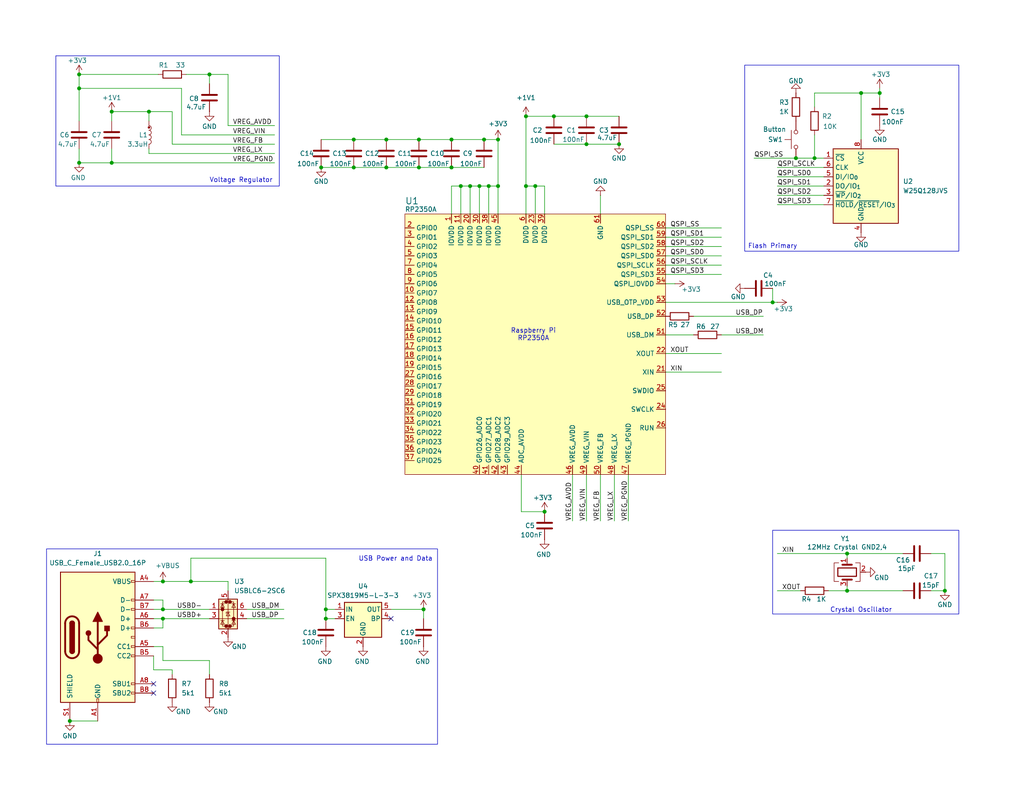
<source format=kicad_sch>
(kicad_sch (version 20250114) (generator "eeschema") (generator_version "9.0")
  (paper "A")
  (title_block (title "RP2350A Breakout Board") (date "2026-02-17") (rev "A") (company "Nathaniel Graves"))
  (rectangle (start 12.7 149.86) (end 119.38 203.2))
  (rectangle (start 203.2 17.78) (end 261.62 68.58))
  (rectangle (start 210.82 144.78) (end 261.62 167.64))
  (rectangle (start 15.24 15.24) (end 76.2 50.8))
  (text "Raspberry Pi\nRP2350A" (at 145.542 91.44 0) (effects (font (size 1.27 1.27))))
  (text "Flash Primary" (at 210.82 67.31 0) (effects (font (size 1.27 1.27))))
  (text "USB Power and Data" (at 107.95 152.654 0) (effects (font (size 1.27 1.27))))
  (text "Voltage Regulator" (at 65.786 49.276 0) (effects (font (size 1.27 1.27))))
  (text "Crystal Oscillator" (at 234.95 166.624 0) (effects (font (size 1.27 1.27))))
  (junction (at 88.9 166.37))
  (junction (at 234.95 25.4))
  (junction (at 132.08 38.1))
  (junction (at 146.05 50.8))
  (junction (at 57.15 20.32))
  (junction (at 222.25 43.18))
  (junction (at 19.05 196.85))
  (junction (at 135.89 38.1))
  (junction (at 168.91 39.37))
  (junction (at 52.07 158.75))
  (junction (at 143.51 31.75))
  (junction (at 160.02 31.75))
  (junction (at 210.82 82.55))
  (junction (at 128.27 50.8))
  (junction (at 115.57 166.37))
  (junction (at 105.41 45.72))
  (junction (at 231.14 161.29))
  (junction (at 114.3 38.1))
  (junction (at 151.13 31.75))
  (junction (at 21.59 20.32))
  (junction (at 135.89 50.8))
  (junction (at 240.03 25.4))
  (junction (at 44.45 166.37))
  (junction (at 125.73 50.8))
  (junction (at 30.48 44.45))
  (junction (at 217.17 43.18))
  (junction (at 143.51 50.8))
  (junction (at 44.45 168.91))
  (junction (at 96.52 38.1))
  (junction (at 44.45 158.75))
  (junction (at 148.59 139.7))
  (junction (at 123.19 38.1))
  (junction (at 257.81 161.29))
  (junction (at 40.64 30.48))
  (junction (at 96.52 45.72))
  (junction (at 130.81 50.8))
  (junction (at 21.59 24.13))
  (junction (at 133.35 50.8))
  (junction (at 21.59 44.45))
  (junction (at 114.3 45.72))
  (junction (at 160.02 39.37))
  (junction (at 88.9 168.91))
  (junction (at 231.14 151.13))
  (junction (at 123.19 45.72))
  (junction (at 87.63 45.72))
  (junction (at 30.48 30.48))
  (junction (at 105.41 38.1))
  (no_connect (at 41.91 186.69))
  (no_connect (at 106.68 168.91))
  (no_connect (at 41.91 189.23))
  (wire (pts (xy 91.44 168.91) (xy 88.9 168.91)))
  (wire (pts (xy 231.14 151.13) (xy 246.38 151.13)))
  (wire (pts (xy 44.45 176.53) (xy 44.45 180.34)))
  (wire (pts (xy 44.45 166.37) (xy 57.15 166.37)))
  (wire (pts (xy 130.81 50.8) (xy 130.81 58.42)))
  (wire (pts (xy 106.68 166.37) (xy 115.57 166.37)))
  (wire (pts (xy 143.51 31.75) (xy 143.51 50.8)))
  (wire (pts (xy 212.09 50.8) (xy 224.79 50.8)))
  (wire (pts (xy 52.07 152.4) (xy 88.9 152.4)))
  (wire (pts (xy 181.61 77.47) (xy 184.15 77.47)))
  (wire (pts (xy 133.35 50.8) (xy 133.35 58.42)))
  (wire (pts (xy 254 161.29) (xy 257.81 161.29)))
  (wire (pts (xy 57.15 20.32) (xy 57.15 22.86)))
  (wire (pts (xy 57.15 20.32) (xy 62.23 20.32)))
  (wire (pts (xy 135.89 38.1) (xy 135.89 50.8)))
  (wire (pts (xy 114.3 45.72) (xy 123.19 45.72)))
  (wire (pts (xy 40.64 40.64) (xy 40.64 41.91)))
  (wire (pts (xy 148.59 58.42) (xy 148.59 50.8)))
  (wire (pts (xy 30.48 30.48) (xy 40.64 30.48)))
  (wire (pts (xy 41.91 168.91) (xy 44.45 168.91)))
  (wire (pts (xy 40.64 33.02) (xy 40.64 30.48)))
  (wire (pts (xy 21.59 20.32) (xy 43.18 20.32)))
  (wire (pts (xy 181.61 62.23) (xy 196.85 62.23)))
  (wire (pts (xy 234.95 38.1) (xy 234.95 25.4)))
  (wire (pts (xy 19.05 196.85) (xy 26.67 196.85)))
  (wire (pts (xy 231.14 151.13) (xy 231.14 152.4)))
  (wire (pts (xy 40.64 30.48) (xy 46.99 30.48)))
  (wire (pts (xy 212.09 151.13) (xy 231.14 151.13)))
  (wire (pts (xy 181.61 72.39) (xy 196.85 72.39)))
  (wire (pts (xy 181.61 101.6) (xy 196.85 101.6)))
  (wire (pts (xy 105.41 38.1) (xy 114.3 38.1)))
  (wire (pts (xy 21.59 24.13) (xy 49.53 24.13)))
  (wire (pts (xy 133.35 50.8) (xy 135.89 50.8)))
  (wire (pts (xy 41.91 171.45) (xy 44.45 171.45)))
  (wire (pts (xy 160.02 31.75) (xy 168.91 31.75)))
  (wire (pts (xy 50.8 20.32) (xy 57.15 20.32)))
  (wire (pts (xy 212.09 48.26) (xy 224.79 48.26)))
  (wire (pts (xy 181.61 74.93) (xy 196.85 74.93)))
  (wire (pts (xy 128.27 50.8) (xy 130.81 50.8)))
  (wire (pts (xy 212.09 53.34) (xy 224.79 53.34)))
  (wire (pts (xy 52.07 158.75) (xy 62.23 158.75)))
  (wire (pts (xy 222.25 29.21) (xy 222.25 25.4)))
  (wire (pts (xy 222.25 36.83) (xy 222.25 43.18)))
  (wire (pts (xy 151.13 39.37) (xy 160.02 39.37)))
  (wire (pts (xy 196.85 91.44) (xy 208.28 91.44)))
  (wire (pts (xy 123.19 58.42) (xy 123.19 50.8)))
  (wire (pts (xy 44.45 158.75) (xy 52.07 158.75)))
  (wire (pts (xy 21.59 24.13) (xy 21.59 33.02)))
  (wire (pts (xy 105.41 45.72) (xy 114.3 45.72)))
  (wire (pts (xy 210.82 78.74) (xy 210.82 82.55)))
  (wire (pts (xy 67.31 166.37) (xy 77.47 166.37)))
  (wire (pts (xy 88.9 168.91) (xy 88.9 166.37)))
  (wire (pts (xy 160.02 129.54) (xy 160.02 142.24)))
  (wire (pts (xy 114.3 38.1) (xy 123.19 38.1)))
  (wire (pts (xy 57.15 180.34) (xy 57.15 184.15)))
  (wire (pts (xy 41.91 179.07) (xy 41.91 182.88)))
  (wire (pts (xy 41.91 166.37) (xy 44.45 166.37)))
  (wire (pts (xy 240.03 25.4) (xy 240.03 26.67)))
  (wire (pts (xy 132.08 38.1) (xy 135.89 38.1)))
  (wire (pts (xy 46.99 30.48) (xy 46.99 39.37)))
  (wire (pts (xy 231.14 160.02) (xy 231.14 161.29)))
  (wire (pts (xy 146.05 50.8) (xy 143.51 50.8)))
  (wire (pts (xy 123.19 45.72) (xy 132.08 45.72)))
  (wire (pts (xy 212.09 55.88) (xy 224.79 55.88)))
  (wire (pts (xy 44.45 163.83) (xy 44.45 166.37)))
  (wire (pts (xy 41.91 182.88) (xy 46.99 182.88)))
  (wire (pts (xy 217.17 43.18) (xy 222.25 43.18)))
  (wire (pts (xy 148.59 50.8) (xy 146.05 50.8)))
  (wire (pts (xy 130.81 50.8) (xy 133.35 50.8)))
  (wire (pts (xy 181.61 67.31) (xy 196.85 67.31)))
  (wire (pts (xy 49.53 36.83) (xy 74.93 36.83)))
  (wire (pts (xy 146.05 58.42) (xy 146.05 50.8)))
  (wire (pts (xy 224.79 43.18) (xy 222.25 43.18)))
  (wire (pts (xy 44.45 180.34) (xy 57.15 180.34)))
  (wire (pts (xy 181.61 91.44) (xy 189.23 91.44)))
  (wire (pts (xy 181.61 64.77) (xy 196.85 64.77)))
  (wire (pts (xy 123.19 50.8) (xy 125.73 50.8)))
  (wire (pts (xy 30.48 40.64) (xy 30.48 44.45)))
  (wire (pts (xy 226.06 161.29) (xy 231.14 161.29)))
  (wire (pts (xy 87.63 38.1) (xy 96.52 38.1)))
  (wire (pts (xy 222.25 25.4) (xy 234.95 25.4)))
  (wire (pts (xy 151.13 31.75) (xy 160.02 31.75)))
  (wire (pts (xy 231.14 161.29) (xy 246.38 161.29)))
  (wire (pts (xy 171.45 129.54) (xy 171.45 142.24)))
  (wire (pts (xy 30.48 44.45) (xy 74.93 44.45)))
  (wire (pts (xy 41.91 176.53) (xy 44.45 176.53)))
  (wire (pts (xy 62.23 34.29) (xy 62.23 20.32)))
  (wire (pts (xy 181.61 96.52) (xy 196.85 96.52)))
  (wire (pts (xy 40.64 41.91) (xy 74.93 41.91)))
  (wire (pts (xy 52.07 158.75) (xy 52.07 152.4)))
  (wire (pts (xy 257.81 151.13) (xy 257.81 161.29)))
  (wire (pts (xy 41.91 158.75) (xy 44.45 158.75)))
  (wire (pts (xy 125.73 50.8) (xy 128.27 50.8)))
  (wire (pts (xy 181.61 69.85) (xy 196.85 69.85)))
  (wire (pts (xy 135.89 50.8) (xy 135.89 58.42)))
  (wire (pts (xy 88.9 152.4) (xy 88.9 166.37)))
  (wire (pts (xy 160.02 39.37) (xy 168.91 39.37)))
  (wire (pts (xy 123.19 38.1) (xy 132.08 38.1)))
  (wire (pts (xy 62.23 34.29) (xy 74.93 34.29)))
  (wire (pts (xy 142.24 139.7) (xy 142.24 129.54)))
  (wire (pts (xy 254 151.13) (xy 257.81 151.13)))
  (wire (pts (xy 46.99 39.37) (xy 74.93 39.37)))
  (wire (pts (xy 91.44 166.37) (xy 88.9 166.37)))
  (wire (pts (xy 125.73 50.8) (xy 125.73 58.42)))
  (wire (pts (xy 96.52 45.72) (xy 105.41 45.72)))
  (wire (pts (xy 143.51 50.8) (xy 143.51 58.42)))
  (wire (pts (xy 87.63 45.72) (xy 96.52 45.72)))
  (wire (pts (xy 21.59 44.45) (xy 30.48 44.45)))
  (wire (pts (xy 163.83 53.34) (xy 163.83 58.42)))
  (wire (pts (xy 49.53 36.83) (xy 49.53 24.13)))
  (wire (pts (xy 210.82 82.55) (xy 212.09 82.55)))
  (wire (pts (xy 240.03 24.13) (xy 240.03 25.4)))
  (wire (pts (xy 143.51 31.75) (xy 151.13 31.75)))
  (wire (pts (xy 163.83 129.54) (xy 163.83 142.24)))
  (wire (pts (xy 46.99 182.88) (xy 46.99 184.15)))
  (wire (pts (xy 181.61 82.55) (xy 210.82 82.55)))
  (wire (pts (xy 156.21 129.54) (xy 156.21 142.24)))
  (wire (pts (xy 67.31 168.91) (xy 77.47 168.91)))
  (wire (pts (xy 148.59 139.7) (xy 142.24 139.7)))
  (wire (pts (xy 44.45 171.45) (xy 44.45 168.91)))
  (wire (pts (xy 30.48 30.48) (xy 30.48 33.02)))
  (wire (pts (xy 21.59 40.64) (xy 21.59 44.45)))
  (wire (pts (xy 234.95 25.4) (xy 240.03 25.4)))
  (wire (pts (xy 96.52 38.1) (xy 105.41 38.1)))
  (wire (pts (xy 205.74 43.18) (xy 217.17 43.18)))
  (wire (pts (xy 62.23 158.75) (xy 62.23 161.29)))
  (wire (pts (xy 212.09 45.72) (xy 224.79 45.72)))
  (wire (pts (xy 189.23 86.36) (xy 208.28 86.36)))
  (wire (pts (xy 41.91 163.83) (xy 44.45 163.83)))
  (wire (pts (xy 167.64 129.54) (xy 167.64 142.24)))
  (wire (pts (xy 218.44 161.29) (xy 212.09 161.29)))
  (wire (pts (xy 115.57 166.37) (xy 115.57 168.91)))
  (wire (pts (xy 44.45 168.91) (xy 57.15 168.91)))
  (wire (pts (xy 21.59 20.32) (xy 21.59 24.13)))
  (wire (pts (xy 128.27 50.8) (xy 128.27 58.42)))
  (label "QSPI_SD2" (at 212.09 53.34 0))
  (label "QSPI_SD1" (at 212.09 50.8 0))
  (label "VREG_PGND" (at 171.45 142.24 90))
  (label "XIN" (at 182.88 101.6 0))
  (label "USB_DM" (at 68.58 166.37 0))
  (label "VREG_LX" (at 167.64 142.24 90))
  (label "QSPI_SS" (at 182.88 62.23 0))
  (label "QSPI_SD3" (at 182.88 74.93 0))
  (label "QSPI_SD0" (at 212.09 48.26 0))
  (label "XIN" (at 213.36 151.13 0))
  (label "QSPI_SD3" (at 212.09 55.88 0))
  (label "USB_DP" (at 68.58 168.91 0))
  (label "USBD+" (at 48.26 168.91 0))
  (label "QSPI_SD1" (at 182.88 64.77 0))
  (label "QSPI_SD0" (at 182.88 69.85 0))
  (label "USB_DM" (at 200.66 91.44 0))
  (label "VREG_AVDD" (at 63.5 34.29 0))
  (label "VREG_AVDD" (at 156.21 142.24 90))
  (label "QSPI_SCLK" (at 212.09 45.72 0))
  (label "VREG_FB" (at 163.83 142.24 90))
  (label "VREG_VIN" (at 63.5 36.83 0))
  (label "VREG_PGND" (at 63.5 44.45 0))
  (label "QSPI_SD2" (at 182.88 67.31 0))
  (label "QSPI_SS" (at 205.74 43.18 0))
  (label "USBD-" (at 48.26 166.37 0))
  (label "XOUT" (at 182.88 96.52 0))
  (label "VREG_LX" (at 63.5 41.91 0))
  (label "USB_DP" (at 200.66 86.36 0))
  (label "VREG_VIN" (at 160.02 142.24 90))
  (label "XOUT" (at 213.36 161.29 0))
  (label "QSPI_SCLK" (at 182.88 72.39 0))
  (label "VREG_FB" (at 63.5 39.37 0))
  (symbol (lib_id "Device:C") (at 240.03 30.48 0) (mirror y) (unit 1)
    (property "Reference" "C15" (at 246.888 30.48 0) (effects (justify left)))
    (property "Value" "100nF" (at 246.634 33.274 0) (effects (justify left)))
    (property "Footprint" "Capacitor_SMD:C_0603_1608Metric" (effects (hide yes)))
    (property "Datasheet" "https://jlcpcb.com/api/file/downloadByFileSystemAccessId/8667086713681608704" (effects (hide yes)))
    (property "Description" "100nF 50V X7R ±10% 0603 Multilayer Ceramic Unpolarized Capacitors" (effects (hide yes)))
    (property "Manufacturer" "YAGEO" (effects (hide yes)))
    (property "Manufacturer Part Number" "CC0603KRX7R9BB104" (effects (hide yes)))
    (property "Distributor Link 1" "https://www.mouser.com/ProductDetail/YAGEO/CC0603KRX7R9BB104?qs=vTakOoo5QyLvVCYM2ge8LQ%3D%3D" (effects (hide yes)))
    (property "Distributor Link 2" "https://www.digikey.com/en/products/detail/yageo/CC0603KRX7R9BB104/2103082?s=N4IgTCBcDaIMJwAwDZEGYDSAlAGgdiwE4AhYgRkQBYQBdAXyA" (effects (hide yes)))
    (property "LCSC Part Number" "C14663" (effects (hide yes)))
  )
  (symbol (lib_id "RP2350-custom:RP2350A") (at 110.49 58.42 0) (unit 1)
    (property "Reference" "U1" (at 110.49 54.864 0) (effects (font (size 1.778 1.778)) (justify left)))
    (property "Value" "RP2350A" (at 110.49 57.15 0) (effects (justify left)))
    (property "Footprint" "Package_DFN_QFN:QFN-60-1EP_7x7mm_P0.4mm_EP3.4x3.4mm" (effects (hide yes)))
    (property "Datasheet" "https://pip-assets.raspberrypi.com/categories/1214-rp2350/documents/RP-008373-DS-2-rp2350-datasheet.pdf" (effects (hide yes)))
    (property "Description" "Microcontroller RP2350A from Raspberry Pi 150MHz 520KB RAM 0MB FLASH" (effects (hide yes)))
    (property "Manufacturer" "Raspberry Pi" (effects (hide yes)))
    (property "Manufacturer Part Number" "RP2350A" (effects (hide yes)))
    (property "Distributor Link 1" "https://www.digikey.com/en/products/detail/raspberry-pi/SC1509-A4/26241108" (effects (hide yes)))
    (property "Distributor Link 2" "https://www.mouser.com/ProductDetail/Raspberry-Pi/SC1509-A4?qs=jcD%2FCkGBYeMjax32yHei3A%3D%3D" (effects (hide yes)))
    (property "LCSC Part Number" "C42411118" (effects (hide yes)))
  )
  (symbol (lib_id "power:GND") (at 163.83 53.34 180) (unit 1)
    (property "Reference" "#PWR01" (effects (hide yes)))
    (property "Value" "GND" (at 163.83 49.53 0))
    (property "Description" "Power symbol creates a global label with name \"GND\" , ground" (effects (hide yes)))
  )
  (symbol (lib_id "power:GND") (at 148.59 147.32 0) (unit 1)
    (property "Reference" "#PWR013" (effects (hide yes)))
    (property "Value" "GND" (at 148.336 151.384 0))
    (property "Description" "Power symbol creates a global label with name \"GND\" , ground" (effects (hide yes)))
  )
  (symbol (lib_id "power:GND") (at 57.15 30.48 0) (unit 1)
    (property "Reference" "#PWR016" (effects (hide yes)))
    (property "Value" "GND" (at 57.15 34.544 0))
    (property "Description" "Power symbol creates a global label with name \"GND\" , ground" (effects (hide yes)))
  )
  (symbol (lib_id "Device:R") (at 46.99 20.32 90) (mirror x) (unit 1)
    (property "Reference" "R1" (at 45.974 17.78 90) (effects (justify left)))
    (property "Value" "33" (at 50.546 17.78 90) (effects (justify left)))
    (property "Footprint" "Resistor_SMD:R_0603_1608Metric" (effects (hide yes)))
    (property "Datasheet" "https://www.lcsc.com/datasheet/C23140.pdf" (effects (hide yes)))
    (property "Description" "Resistor, 33Ω ±1% 100mW 0603 Thick Film" (effects (hide yes)))
    (property "Manufacturer" "UNI-ROYAL(Uniroyal Elec)" (effects (hide yes)))
    (property "Manufacturer Part Number" "0603WAF330JT5E" (effects (hide yes)))
    (property "Distributor Link 1" "https://www.mouser.com/ProductDetail/Royalohm/0603WAF330JT5E?qs=e8oIoAS2J1RitKiKgULsBA%3D%3D" (effects (hide yes)))
    (property "LCSC Part Number" "C23140" (effects (hide yes)))
  )
  (symbol (lib_id "power:+3V3") (at 135.89 38.1 0) (unit 1)
    (property "Reference" "#PWR03" (effects (hide yes)))
    (property "Value" "+3V3" (at 135.89 33.782 0))
    (property "Description" "Power symbol creates a global label with name \"+3V3\"" (effects (hide yes)))
  )
  (symbol (lib_id "Device:R") (at 222.25 33.02 0) (unit 1)
    (property "Reference" "R2" (at 224.282 31.75 0) (effects (justify left)))
    (property "Value" "10K" (at 224.536 34.544 0) (effects (justify left)))
    (property "Footprint" "Resistor_SMD:R_0603_1608Metric" (effects (hide yes)))
    (property "Datasheet" "https://jlcpcb.com/api/file/downloadByFileSystemAccessId/8579706381320323072" (effects (hide yes)))
    (property "Description" "Resistor -55℃~+155℃ 100mW 10kΩ 75V Thick Film Resistor ±1% ±100ppm/℃ 0603" (effects (hide yes)))
    (property "Manufacturer" "UNI-ROYAL(Uniroyal Elec)" (effects (hide yes)))
    (property "Manufacturer Part Number" "0603WAF1002T5E" (effects (hide yes)))
    (property "Distributor Link 1" "https://www.mouser.com/ProductDetail/Royalohm/0603WAF1002T5E?qs=e8oIoAS2J1TC2D0IjbSyGA%3D%3D" (effects (hide yes)))
    (property "LCSC Link" "https://www.lcsc.com/product-detail/C25804.html?s_z=n_0603WAF1002T5E%2520" (effects (hide yes)))
    (property "LCSC Part Number" "C25804" (effects (hide yes)))
  )
  (symbol (lib_id "power:GND") (at 203.2 78.74 270) (mirror x) (unit 1)
    (property "Reference" "#PWR011" (effects (hide yes)))
    (property "Value" "GND" (at 203.454 81.026 90) (effects (justify right)))
    (property "Description" "Power symbol creates a global label with name \"GND\" , ground" (effects (hide yes)))
  )
  (symbol (lib_id "Regulator_Linear:SPX3819M5-L-3-3") (at 99.06 168.91 0) (unit 1)
    (property "Reference" "U4" (at 99.06 160.02 0))
    (property "Value" "SPX3819M5-L-3-3" (at 99.06 162.56 0))
    (property "Footprint" "Package_TO_SOT_SMD:SOT-23-5" (effects (hide yes)))
    (property "Datasheet" "https://www.exar.com/content/document.ashx?id=22106&languageid=1033&type=Datasheet&partnumber=SPX3819&filename=SPX3819.pdf&part=SPX3819" (effects (hide yes)))
    (property "Description" "500mA Low drop-out regulator, Fixed Output 3.3V, SOT-23-5" (effects (hide yes)))
  )
  (symbol (lib_id "power:GND") (at 46.99 191.77 0) (unit 1)
    (property "Reference" "#PWR028" (effects (hide yes)))
    (property "Value" "GND" (at 50.038 194.31 0))
    (property "Description" "Power symbol creates a global label with name \"GND\" , ground" (effects (hide yes)))
  )
  (symbol (lib_id "power:+3V3") (at 184.15 77.47 270) (unit 1)
    (property "Reference" "#PWR04" (effects (hide yes)))
    (property "Value" "+3V3" (at 185.928 78.994 90) (effects (justify left)))
    (property "Description" "Power symbol creates a global label with name \"+3V3\"" (effects (hide yes)))
  )
  (symbol (lib_id "power:+3V3") (at 148.59 139.7 0) (unit 1)
    (property "Reference" "#PWR015" (effects (hide yes)))
    (property "Value" "+3V3" (at 148.082 135.89 0))
    (property "Description" "Power symbol creates a global label with name \"+3V3\"" (effects (hide yes)))
  )
  (symbol (lib_id "Device:C") (at 88.9 172.72 0) (unit 1)
    (property "Reference" "C18" (at 82.55 172.72 0) (effects (justify left)))
    (property "Value" "100nF" (at 88.392 175.26 0) (effects (justify right)))
    (property "Footprint" "Capacitor_SMD:C_0603_1608Metric" (effects (hide yes)))
    (property "Datasheet" "https://jlcpcb.com/api/file/downloadByFileSystemAccessId/8667086713681608704" (effects (hide yes)))
    (property "Description" "100nF 50V X7R ±10% 0603 Multilayer Ceramic Unpolarized Capacitors" (effects (hide yes)))
    (property "Manufacturer" "YAGEO" (effects (hide yes)))
    (property "Manufacturer Part Number" "CC0603KRX7R9BB104" (effects (hide yes)))
    (property "Distributor Link 1" "https://www.mouser.com/ProductDetail/YAGEO/CC0603KRX7R9BB104?qs=vTakOoo5QyLvVCYM2ge8LQ%3D%3D" (effects (hide yes)))
    (property "Distributor Link 2" "https://www.digikey.com/en/products/detail/yageo/CC0603KRX7R9BB104/2103082?s=N4IgTCBcDaIMJwAwDZEGYDSAlAGgdiwE4AhYgRkQBYQBdAXyA" (effects (hide yes)))
    (property "LCSC Part Number" "C14663" (effects (hide yes)))
  )
  (symbol (lib_id "Device:C") (at 160.02 35.56 0) (mirror y) (unit 1)
    (property "Reference" "C1" (at 157.226 35.56 0) (effects (justify left)))
    (property "Value" "100nF" (at 159.512 38.1 0) (effects (justify left)))
    (property "Footprint" "Capacitor_SMD:C_0603_1608Metric" (effects (hide yes)))
    (property "Datasheet" "https://jlcpcb.com/api/file/downloadByFileSystemAccessId/8667086713681608704" (effects (hide yes)))
    (property "Description" "100nF 50V X7R ±10% 0603 Multilayer Ceramic Unpolarized Capacitors" (effects (hide yes)))
    (property "Manufacturer" "YAGEO" (effects (hide yes)))
    (property "Manufacturer Part Number" "CC0603KRX7R9BB104" (effects (hide yes)))
    (property "Distributor Link 1" "https://www.mouser.com/ProductDetail/YAGEO/CC0603KRX7R9BB104?qs=vTakOoo5QyLvVCYM2ge8LQ%3D%3D" (effects (hide yes)))
    (property "Distributor Link 2" "https://www.digikey.com/en/products/detail/yageo/CC0603KRX7R9BB104/2103082?s=N4IgTCBcDaIMJwAwDZEGYDSAlAGgdiwE4AhYgRkQBYQBdAXyA" (effects (hide yes)))
    (property "LCSC Part Number" "C14663" (effects (hide yes)))
  )
  (symbol (lib_id "Device:C") (at 123.19 41.91 0) (unit 1)
    (property "Reference" "C10" (at 117.348 41.91 0) (effects (justify left)))
    (property "Value" "100nF" (at 116.586 44.704 0) (effects (justify left)))
    (property "Footprint" "Capacitor_SMD:C_0603_1608Metric" (effects (hide yes)))
    (property "Datasheet" "https://jlcpcb.com/api/file/downloadByFileSystemAccessId/8667086713681608704" (effects (hide yes)))
    (property "Description" "100nF 50V X7R ±10% 0603 Multilayer Ceramic Unpolarized Capacitors" (effects (hide yes)))
    (property "Manufacturer" "YAGEO" (effects (hide yes)))
    (property "Manufacturer Part Number" "CC0603KRX7R9BB104" (effects (hide yes)))
    (property "Distributor Link 1" "https://www.mouser.com/ProductDetail/YAGEO/CC0603KRX7R9BB104?qs=vTakOoo5QyLvVCYM2ge8LQ%3D%3D" (effects (hide yes)))
    (property "Distributor Link 2" "https://www.digikey.com/en/products/detail/yageo/CC0603KRX7R9BB104/2103082?s=N4IgTCBcDaIMJwAwDZEGYDSAlAGgdiwE4AhYgRkQBYQBdAXyA" (effects (hide yes)))
    (property "LCSC Part Number" "C14663" (effects (hide yes)))
  )
  (symbol (lib_id "Device:C") (at 105.41 41.91 0) (unit 1)
    (property "Reference" "C12" (at 99.568 41.91 0) (effects (justify left)))
    (property "Value" "100nF" (at 98.806 44.704 0) (effects (justify left)))
    (property "Footprint" "Capacitor_SMD:C_0603_1608Metric" (effects (hide yes)))
    (property "Datasheet" "https://jlcpcb.com/api/file/downloadByFileSystemAccessId/8667086713681608704" (effects (hide yes)))
    (property "Description" "100nF 50V X7R ±10% 0603 Multilayer Ceramic Unpolarized Capacitors" (effects (hide yes)))
    (property "Manufacturer" "YAGEO" (effects (hide yes)))
    (property "Manufacturer Part Number" "CC0603KRX7R9BB104" (effects (hide yes)))
    (property "Distributor Link 1" "https://www.mouser.com/ProductDetail/YAGEO/CC0603KRX7R9BB104?qs=vTakOoo5QyLvVCYM2ge8LQ%3D%3D" (effects (hide yes)))
    (property "Distributor Link 2" "https://www.digikey.com/en/products/detail/yageo/CC0603KRX7R9BB104/2103082?s=N4IgTCBcDaIMJwAwDZEGYDSAlAGgdiwE4AhYgRkQBYQBdAXyA" (effects (hide yes)))
    (property "LCSC Part Number" "C14663" (effects (hide yes)))
  )
  (symbol (lib_id "Device:C") (at 96.52 41.91 0) (unit 1)
    (property "Reference" "C13" (at 90.678 41.91 0) (effects (justify left)))
    (property "Value" "100nF" (at 89.916 44.704 0) (effects (justify left)))
    (property "Footprint" "Capacitor_SMD:C_0603_1608Metric" (effects (hide yes)))
    (property "Datasheet" "https://jlcpcb.com/api/file/downloadByFileSystemAccessId/8667086713681608704" (effects (hide yes)))
    (property "Description" "100nF 50V X7R ±10% 0603 Multilayer Ceramic Unpolarized Capacitors" (effects (hide yes)))
    (property "Manufacturer" "YAGEO" (effects (hide yes)))
    (property "Manufacturer Part Number" "CC0603KRX7R9BB104" (effects (hide yes)))
    (property "Distributor Link 1" "https://www.mouser.com/ProductDetail/YAGEO/CC0603KRX7R9BB104?qs=vTakOoo5QyLvVCYM2ge8LQ%3D%3D" (effects (hide yes)))
    (property "Distributor Link 2" "https://www.digikey.com/en/products/detail/yageo/CC0603KRX7R9BB104/2103082?s=N4IgTCBcDaIMJwAwDZEGYDSAlAGgdiwE4AhYgRkQBYQBdAXyA" (effects (hide yes)))
    (property "LCSC Part Number" "C14663" (effects (hide yes)))
  )
  (symbol (lib_id "Device:C") (at 168.91 35.56 0) (mirror y) (unit 1)
    (property "Reference" "C3" (at 166.116 35.56 0) (effects (justify left)))
    (property "Value" "4.7uF" (at 168.402 37.592 0) (effects (justify left)))
    (property "Footprint" "Capacitor_SMD:C_0603_1608Metric" (effects (hide yes)))
    (property "Datasheet" "https://www.lcsc.com/datasheet/C19666.pdf" (effects (hide yes)))
    (property "Description" "Capacitor, 4.7uF ±10% 16V Ceramic X5R 0603" (effects (hide yes)))
    (property "Manufacturer" "Samsung Electro-Mechanics" (effects (hide yes)))
    (property "Manufacturer Part Number" "CL10A475KO8NNNC" (effects (hide yes)))
    (property "Distributor Link 1" "https://www.mouser.com/ProductDetail/Samsung-Electro-Mechanics/CL10A475KO8NNNC?qs=X6jEic%2FHinAbIjmLnFfqqQ%3D%3D" (effects (hide yes)))
    (property "Distributor Link 2" "https://www.digikey.com/en/products/detail/samsung-electro-mechanics/CL10A475KO8NNNC/3887442?s=N4IgTCBcDaIMIBkCMAGAggFgOwFYDSA8gBwByZcABCALoC%2BQA" (effects (hide yes)))
    (property "LCSC Part Number" "C19666" (effects (hide yes)))
  )
  (symbol (lib_id "Device:C") (at 115.57 172.72 0) (unit 1)
    (property "Reference" "C19" (at 109.22 172.72 0) (effects (justify left)))
    (property "Value" "100nF" (at 115.062 175.26 0) (effects (justify right)))
    (property "Footprint" "Capacitor_SMD:C_0603_1608Metric" (effects (hide yes)))
    (property "Datasheet" "https://jlcpcb.com/api/file/downloadByFileSystemAccessId/8667086713681608704" (effects (hide yes)))
    (property "Description" "100nF 50V X7R ±10% 0603 Multilayer Ceramic Unpolarized Capacitors" (effects (hide yes)))
    (property "Manufacturer" "YAGEO" (effects (hide yes)))
    (property "Manufacturer Part Number" "CC0603KRX7R9BB104" (effects (hide yes)))
    (property "Distributor Link 1" "https://www.mouser.com/ProductDetail/YAGEO/CC0603KRX7R9BB104?qs=vTakOoo5QyLvVCYM2ge8LQ%3D%3D" (effects (hide yes)))
    (property "Distributor Link 2" "https://www.digikey.com/en/products/detail/yageo/CC0603KRX7R9BB104/2103082?s=N4IgTCBcDaIMJwAwDZEGYDSAlAGgdiwE4AhYgRkQBYQBdAXyA" (effects (hide yes)))
    (property "LCSC Part Number" "C14663" (effects (hide yes)))
  )
  (symbol (lib_id "Device:C") (at 250.19 151.13 270) (unit 1)
    (property "Reference" "C16" (at 246.38 152.908 90))
    (property "Value" "15pF" (at 247.396 155.194 90))
    (property "Footprint" "Capacitor_SMD:C_0603_1608Metric" (effects (hide yes)))
    (property "Datasheet" "https://jlcpcb.com/api/file/downloadByFileSystemAccessId/8579707088035516416" (effects (hide yes)))
    (property "Description" "15pF 50V C0G ±5% 0603 Multilayer Ceramic Capacitors MLCC - SMD/SMT" (effects (hide yes)))
    (property "Manufacturer" "Samsung Electro-Mechanics" (effects (hide yes)))
    (property "Manufacturer Part Number" "CL10C150JB8NNNC" (effects (hide yes)))
    (property "Distributor Link 1" "https://www.mouser.com/ProductDetail/YAGEO/CC060https://www.mouser.com/ProductDetail/Samsung-Electro-Mechanics/CL10C150JB8NNNC?qs=349EhDEZ59ofkbyJzksJXA%3D%3D3KRX7R9BB104?qs=vTakOoo5QyLvVCYM2ge8LQ%3D%3D" (effects (hide yes)))
    (property "Distributor Link 2" "https://www.digikey.com/en/products/detail/samsung-electro-mechanics/CL10C150JB8NNNC/3886954?s=N4IgTCBcDaIMIBkCMAGOSCsKBSAhAHAHLFwgC6AvkA" (effects (hide yes)))
    (property "LCSC Part Number" "C1644" (effects (hide yes)))
  )
  (symbol (lib_id "Device:R") (at 57.15 187.96 0) (unit 1)
    (property "Reference" "R8" (at 59.69 186.6899 0) (effects (justify left)))
    (property "Value" "5k1" (at 59.69 189.2299 0) (effects (justify left)))
    (property "Footprint" "Resistor_SMD:R_0603_1608Metric" (effects (hide yes)))
    (property "Datasheet" "https://jlcpcb.com/api/file/downloadByFileSystemAccessId/8579706277024620544" (effects (hide yes)))
    (property "Description" "Resistor -55℃~+155℃ 100mW 5.1kΩ 75V Thick Film ±1% ±100ppm/℃ 0603" (effects (hide yes)))
    (property "Manufacturer" "UNI-ROYAL(Uniroyal Elec)" (effects (hide yes)))
    (property "Manufacturer Part Number" "0603WAF5101T5E" (effects (hide yes)))
    (property "Distributor Link 1" "https://www.mouser.com/ProductDetail/Royalohm/0603WAF5101T5E?qs=e8oIoAS2J1Tj0EjIlasOfQ%3D%3D" (effects (hide yes)))
    (property "LCSC Part Number" "C23186" (effects (hide yes)))
  )
  (symbol (lib_id "Device:R") (at 217.17 29.21 0) (unit 1)
    (property "Reference" "R3" (at 212.598 27.94 0) (effects (justify left)))
    (property "Value" "1K" (at 212.598 30.48 0) (effects (justify left)))
    (property "Footprint" "Resistor_SMD:R_0603_1608Metric" (effects (hide yes)))
    (property "Datasheet" "https://jlcpcb.com/api/file/downloadByFileSystemAccessId/8579706098733010944" (effects (hide yes)))
    (property "Description" "Resistor -55℃~+155℃ 100mW 1kΩ 75V Thick Film Resistor ±1% ±100ppm/℃ 0603" (effects (hide yes)))
    (property "Manufacturer" "UNI-ROYAL(Uniroyal Elec)" (effects (hide yes)))
    (property "Manufacturer Part Number" "0603WAF1001T5E" (effects (hide yes)))
    (property "Distributor Link 1" "https://www.mouser.com/ProductDetail/Royalohm/0603WAF1001T5E?qs=e8oIoAS2J1QSdiq0gwpEIg%3D%3D" (effects (hide yes)))
    (property "LCSC Link" "https://www.lcsc.com/product-detail/C21190.html?s_z=n_0603WAF1001T5E" (effects (hide yes)))
    (property "LCSC Part Number" "C21190" (effects (hide yes)))
  )
  (symbol (lib_id "power:VBUS") (at 44.45 158.75 0) (unit 1)
    (property "Reference" "#PWR022" (effects (hide yes)))
    (property "Value" "+VBUS" (at 45.72 154.432 0))
    (property "Description" "Power symbol creates a global label with name \"VBUS\"" (effects (hide yes)))
  )
  (symbol (lib_id "power:+3V3") (at 21.59 20.32 0) (unit 1)
    (property "Reference" "#PWR08" (effects (hide yes)))
    (property "Value" "+3V3" (at 21.082 16.51 0))
    (property "Description" "Power symbol creates a global label with name \"+3V3\"" (effects (hide yes)))
  )
  (symbol (lib_id "power:+1V1") (at 30.48 30.48 0) (unit 1)
    (property "Reference" "#PWR017" (effects (hide yes)))
    (property "Value" "+1V1" (at 30.48 26.67 0))
    (property "Description" "Power symbol creates a global label with name \"+1V1\"" (effects (hide yes)))
  )
  (symbol (lib_id "Device:C") (at 87.63 41.91 0) (unit 1)
    (property "Reference" "C14" (at 81.788 41.91 0) (effects (justify left)))
    (property "Value" "100nF" (at 81.026 44.704 0) (effects (justify left)))
    (property "Footprint" "Capacitor_SMD:C_0603_1608Metric" (effects (hide yes)))
    (property "Datasheet" "https://jlcpcb.com/api/file/downloadByFileSystemAccessId/8667086713681608704" (effects (hide yes)))
    (property "Description" "100nF 50V X7R ±10% 0603 Multilayer Ceramic Unpolarized Capacitors" (effects (hide yes)))
    (property "Manufacturer" "YAGEO" (effects (hide yes)))
    (property "Manufacturer Part Number" "CC0603KRX7R9BB104" (effects (hide yes)))
    (property "Distributor Link 1" "https://www.mouser.com/ProductDetail/YAGEO/CC0603KRX7R9BB104?qs=vTakOoo5QyLvVCYM2ge8LQ%3D%3D" (effects (hide yes)))
    (property "Distributor Link 2" "https://www.digikey.com/en/products/detail/yageo/CC0603KRX7R9BB104/2103082?s=N4IgTCBcDaIMJwAwDZEGYDSAlAGgdiwE4AhYgRkQBYQBdAXyA" (effects (hide yes)))
    (property "LCSC Part Number" "C14663" (effects (hide yes)))
  )
  (symbol (lib_id "Switch:SW_Push") (at 217.17 38.1 90) (unit 1)
    (property "Reference" "SW1" (at 211.582 38.1 90))
    (property "Value" "Button" (at 211.328 35.306 90))
    (property "Footprint" "Button_Switch_SMD:SW_SPST_TS-1088-xR020" (effects (hide yes)))
    (property "Datasheet" "https://www.lcsc.com/datasheet/C720477.pdf" (effects (hide yes)))
    (property "Description" "Push button, -30℃~+80℃ 1.6N 100,000 Cycles 12V 2mm 3mm 4mm 50mA Black Round Button SMD(SMT) Tab SPST Surface Mount,Vertical Without Bracket SMD,4x3mm" (effects (hide yes)))
    (property "Manufacturer" "XUNPU" (effects (hide yes)))
    (property "Manufacturer Part Number" "TS-1088-AR02016" (effects (hide yes)))
    (property "LCSC Link" "https://www.lcsc.com/product-detail/C720477.html?s_z=n_C720477" (effects (hide yes)))
    (property "LCSC Part Number" "C720477" (effects (hide yes)))
  )
  (symbol (lib_id "Device:R") (at 193.04 91.44 90) (unit 1)
    (property "Reference" "R6" (at 191.262 89.154 90))
    (property "Value" "27" (at 195.072 89.154 90))
    (property "Footprint" "Resistor_SMD:R_0603_1608Metric" (effects (hide yes)))
    (property "Datasheet" "https://jlcpcb.com/api/file/downloadByFileSystemAccessId/8618140737095409664" (effects (hide yes)))
    (property "Description" "Resistor -55℃~+155℃ 100mW 27Ω 75V Thick Film ±100ppm/℃ ±5% 0603" (effects (hide yes)))
    (property "Manufacturer" "HKR(Hong Kong Resistors) " (effects (hide yes)))
    (property "Manfacturer Part Number" "RCT0327RJLF" (effects (hide yes)))
    (property "JLCPCB Part Number" "C177401" (effects (hide yes)))
  )
  (symbol (lib_id "power:GND") (at 217.17 25.4 180) (unit 1)
    (property "Reference" "#PWR018" (effects (hide yes)))
    (property "Value" "GND" (at 217.17 22.098 0))
    (property "Description" "Power symbol creates a global label with name \"GND\" , ground" (effects (hide yes)))
  )
  (symbol (lib_id "power:GND") (at 19.05 196.85 0) (unit 1)
    (property "Reference" "#PWR021" (effects (hide yes)))
    (property "Value" "GND" (at 19.05 200.914 0))
    (property "Description" "Power symbol creates a global label with name \"GND\" , ground" (effects (hide yes)))
  )
  (symbol (lib_id "Device:R") (at 46.99 187.96 0) (unit 1)
    (property "Reference" "R7" (at 49.53 186.6899 0) (effects (justify left)))
    (property "Value" "5k1" (at 49.53 189.2299 0) (effects (justify left)))
    (property "Footprint" "Resistor_SMD:R_0603_1608Metric" (effects (hide yes)))
    (property "Datasheet" "https://jlcpcb.com/api/file/downloadByFileSystemAccessId/8579706277024620544" (effects (hide yes)))
    (property "Description" "Resistor -55℃~+155℃ 100mW 5.1kΩ 75V Thick Film ±1% ±100ppm/℃ 0603" (effects (hide yes)))
    (property "Manufacturer" "UNI-ROYAL(Uniroyal Elec)" (effects (hide yes)))
    (property "Manufacturer Part Number" "0603WAF5101T5E" (effects (hide yes)))
    (property "Distributor Link 1" "https://www.mouser.com/ProductDetail/Royalohm/0603WAF5101T5E?qs=e8oIoAS2J1Tj0EjIlasOfQ%3D%3D" (effects (hide yes)))
    (property "LCSC Part Number" "C23186" (effects (hide yes)))
  )
  (symbol (lib_id "power:GND") (at 240.03 34.29 0) (unit 1)
    (property "Reference" "#PWR09" (effects (hide yes)))
    (property "Value" "GND" (at 240.03 38.1 0))
    (property "Description" "Power symbol creates a global label with name \"GND\" , ground" (effects (hide yes)))
  )
  (symbol (lib_id "Connector:USB_C_Receptacle_USB2.0_16P") (at 26.67 173.99 0) (unit 1)
    (property "Reference" "J1" (at 26.67 151.13 0))
    (property "Value" "USB_C_Female_USB2.0_16P" (at 26.67 153.67 0))
    (property "Footprint" "Connector_USB:USB_C_Receptacle_GCT_USB4105-xx-A_16P_TopMnt_Horizontal" (effects (hide yes)))
    (property "Datasheet" "https://gct.co/files/drawings/usb4105.pdf" (effects (hide yes)))
    (property "Description" "USB C -40℃~+85℃ 1 48V 5A Black Female 2.0" (effects (hide yes)))
    (property "Manufacturer" "Global Connector Technology" (effects (hide yes)))
    (property "Manufacturer Part Number" "USB4105-GF-A-060" (effects (hide yes)))
    (property "Distributor Link 1" "https://www.mouser.com/ProductDetail/GCT/USB4105-GF-A-060?qs=QNEnbhJQKvY2mocwNJzgfA%3D%3D" (effects (hide yes)))
    (property "Distributor Link 2" "https://www.digikey.com/en/products/detail/gct/USB4105-GF-A-060/14559036?s=N4IgTCBcDaIKoGUBCAWAjABgKwFoDiAYjgII4YBsGIAugL5A" (effects (hide yes)))
    (property "LCSC Part Number" "C3025063" (effects (hide yes)))
  )
  (symbol (lib_id "power:GND") (at 168.91 39.37 0) (unit 1)
    (property "Reference" "#PWR02" (effects (hide yes)))
    (property "Value" "GND" (at 168.91 43.18 0))
    (property "Description" "Power symbol creates a global label with name \"GND\" , ground" (effects (hide yes)))
  )
  (symbol (lib_id "power:+3V3") (at 115.57 166.37 0) (unit 1)
    (property "Reference" "#PWR027" (effects (hide yes)))
    (property "Value" "+3V3" (at 115.062 162.56 0))
    (property "Description" "Power symbol creates a global label with name \"+3V3\"" (effects (hide yes)))
  )
  (symbol (lib_id "Memory_Flash:W25Q128JVS") (at 234.95 50.8 0) (unit 1)
    (property "Reference" "U2" (at 246.38 49.5299 0) (effects (justify left)))
    (property "Value" "W25Q128JVS" (at 246.38 52.0699 0) (effects (justify left)))
    (property "Footprint" "Package_SO:SOIC-8_5.3x5.3mm_P1.27mm" (effects (hide yes)))
    (property "Datasheet" "https://www.winbond.com/resource-files/w25q128jv_dtr%20revc%2003272018%20plus.pdf" (effects (hide yes)))
    (property "Description" "FLASH CHIP 128Mbit / 16MiB Serial Flash Memory, Standard/Dual/Quad SPI, 2.7-3.6V, SOIC-8" (effects (hide yes)))
    (property "Manufacturer" "Winbond Elec" (effects (hide yes)))
    (property "Manufacturer Part Number" "W25Q128JVSIQ" (effects (hide yes)))
    (property "Distributor Link 1" "https://www.mouser.com/ProductDetail/Winbond/W25Q128JVSIQ?qs=qSfuJ%252Bfl%2Fd6tLXvPR4fl9w%3D%3D" (effects (hide yes)))
    (property "Distributor Link 2" "https://www.digikey.com/en/products/detail/winbond-electronics/W25Q128JVSIQ/5803943" (effects (hide yes)))
    (property "LCSC Part Number" "C97521" (effects (hide yes)))
  )
  (symbol (lib_id "power:GND") (at 115.57 176.53 0) (unit 1)
    (property "Reference" "#PWR026" (effects (hide yes)))
    (property "Value" "GND" (at 115.316 180.594 0))
    (property "Description" "Power symbol creates a global label with name \"GND\" , ground" (effects (hide yes)))
  )
  (symbol (lib_id "power:GND") (at 21.59 44.45 0) (unit 1)
    (property "Reference" "#PWR014" (effects (hide yes)))
    (property "Value" "GND" (at 21.336 48.514 0))
    (property "Description" "Power symbol creates a global label with name \"GND\" , ground" (effects (hide yes)))
  )
  (symbol (lib_id "Device:C") (at 250.19 161.29 270) (unit 1)
    (property "Reference" "C17" (at 254 157.226 90))
    (property "Value" "15pF" (at 254 159.766 90))
    (property "Footprint" "Capacitor_SMD:C_0603_1608Metric" (effects (hide yes)))
    (property "Datasheet" "https://jlcpcb.com/api/file/downloadByFileSystemAccessId/8579707088035516416" (effects (hide yes)))
    (property "Description" "15pF 50V C0G ±5% 0603 Multilayer Ceramic Capacitors MLCC - SMD/SMT" (effects (hide yes)))
    (property "Manufacturer" "Samsung Electro-Mechanics" (effects (hide yes)))
    (property "Manufacturer Part Number" "CL10C150JB8NNNC" (effects (hide yes)))
    (property "Distributor Link 1" "https://www.mouser.com/ProductDetail/YAGEO/CC060https://www.mouser.com/ProductDetail/Samsung-Electro-Mechanics/CL10C150JB8NNNC?qs=349EhDEZ59ofkbyJzksJXA%3D%3D3KRX7R9BB104?qs=vTakOoo5QyLvVCYM2ge8LQ%3D%3D" (effects (hide yes)))
    (property "Distributor Link 2" "https://www.digikey.com/en/products/detail/samsung-electro-mechanics/CL10C150JB8NNNC/3886954?s=N4IgTCBcDaIMIBkCMAGOSCsKBSAhAHAHLFwgC6AvkA" (effects (hide yes)))
    (property "LCSC Part Number" "C1644" (effects (hide yes)))
  )
  (symbol (lib_id "power:+3V3") (at 240.03 24.13 0) (unit 1)
    (property "Reference" "#PWR07" (effects (hide yes)))
    (property "Value" "+3V3" (at 240.284 20.32 0))
    (property "Description" "Power symbol creates a global label with name \"+3V3\"" (effects (hide yes)))
  )
  (symbol (lib_id "Device:C") (at 148.59 143.51 0) (unit 1)
    (property "Reference" "C5" (at 143.256 143.51 0) (effects (justify left)))
    (property "Value" "100nF" (at 148.082 146.05 0) (effects (justify right)))
    (property "Footprint" "Capacitor_SMD:C_0603_1608Metric" (effects (hide yes)))
    (property "Datasheet" "https://jlcpcb.com/api/file/downloadByFileSystemAccessId/8667086713681608704" (effects (hide yes)))
    (property "Description" "100nF 50V X7R ±10% 0603 Multilayer Ceramic Unpolarized Capacitors" (effects (hide yes)))
    (property "Manufacturer" "YAGEO" (effects (hide yes)))
    (property "Manufacturer Part Number" "CC0603KRX7R9BB104" (effects (hide yes)))
    (property "Distributor Link 1" "https://www.mouser.com/ProductDetail/YAGEO/CC0603KRX7R9BB104?qs=vTakOoo5QyLvVCYM2ge8LQ%3D%3D" (effects (hide yes)))
    (property "Distributor Link 2" "https://www.digikey.com/en/products/detail/yageo/CC0603KRX7R9BB104/2103082?s=N4IgTCBcDaIMJwAwDZEGYDSAlAGgdiwE4AhYgRkQBYQBdAXyA" (effects (hide yes)))
    (property "LCSC Part Number" "C14663" (effects (hide yes)))
  )
  (symbol (lib_id "Device:C") (at 132.08 41.91 0) (unit 1)
    (property "Reference" "C9" (at 126.238 41.91 0) (effects (justify left)))
    (property "Value" "100nF" (at 125.476 44.704 0) (effects (justify left)))
    (property "Footprint" "Capacitor_SMD:C_0603_1608Metric" (effects (hide yes)))
    (property "Datasheet" "https://jlcpcb.com/api/file/downloadByFileSystemAccessId/8667086713681608704" (effects (hide yes)))
    (property "Description" "100nF 50V X7R ±10% 0603 Multilayer Ceramic Unpolarized Capacitors" (effects (hide yes)))
    (property "Manufacturer" "YAGEO" (effects (hide yes)))
    (property "Manufacturer Part Number" "CC0603KRX7R9BB104" (effects (hide yes)))
    (property "Distributor Link 1" "https://www.mouser.com/ProductDetail/YAGEO/CC0603KRX7R9BB104?qs=vTakOoo5QyLvVCYM2ge8LQ%3D%3D" (effects (hide yes)))
    (property "Distributor Link 2" "https://www.digikey.com/en/products/detail/yageo/CC0603KRX7R9BB104/2103082?s=N4IgTCBcDaIMJwAwDZEGYDSAlAGgdiwE4AhYgRkQBYQBdAXyA" (effects (hide yes)))
    (property "LCSC Part Number" "C14663" (effects (hide yes)))
  )
  (symbol (lib_id "Device:C") (at 21.59 36.83 0) (mirror x) (unit 1)
    (property "Reference" "C6" (at 16.256 36.83 0) (effects (justify left)))
    (property "Value" "4.7uF" (at 15.748 39.37 0) (effects (justify left)))
    (property "Footprint" "Capacitor_SMD:C_0603_1608Metric" (effects (hide yes)))
    (property "Datasheet" "https://www.lcsc.com/datasheet/C19666.pdf" (effects (hide yes)))
    (property "Description" "Capacitor, 4.7uF ±10% 16V Ceramic X5R 0603" (effects (hide yes)))
    (property "Manufacturer" "Samsung Electro-Mechanics" (effects (hide yes)))
    (property "Manufacturer Part Number" "CL10A475KO8NNNC" (effects (hide yes)))
    (property "Distributor Link 1" "https://www.mouser.com/ProductDetail/Samsung-Electro-Mechanics/CL10A475KO8NNNC?qs=X6jEic%2FHinAbIjmLnFfqqQ%3D%3D" (effects (hide yes)))
    (property "Distributor Link 2" "https://www.digikey.com/en/products/detail/samsung-electro-mechanics/CL10A475KO8NNNC/3887442?s=N4IgTCBcDaIMIBkCMAGAggFgOwFYDSA8gBwByZcABCALoC%2BQA" (effects (hide yes)))
    (property "LCSC Part Number" "C19666" (effects (hide yes)))
  )
  (symbol (lib_id "power:GND") (at 87.63 45.72 0) (unit 1)
    (property "Reference" "#PWR06" (effects (hide yes)))
    (property "Value" "GND" (at 87.63 49.53 0))
    (property "Description" "Power symbol creates a global label with name \"GND\" , ground" (effects (hide yes)))
  )
  (symbol (lib_id "power:GND") (at 88.9 176.53 0) (unit 1)
    (property "Reference" "#PWR024" (effects (hide yes)))
    (property "Value" "GND" (at 88.646 180.594 0))
    (property "Description" "Power symbol creates a global label with name \"GND\" , ground" (effects (hide yes)))
  )
  (symbol (lib_id "power:+3V3") (at 212.09 82.55 270) (unit 1)
    (property "Reference" "#PWR012" (effects (hide yes)))
    (property "Value" "+3V3" (at 211.074 84.328 90) (effects (justify left)))
    (property "Description" "Power symbol creates a global label with name \"+3V3\"" (effects (hide yes)))
  )
  (symbol (lib_id "power:GND") (at 257.81 161.29 0) (unit 1)
    (property "Reference" "#PWR020" (effects (hide yes)))
    (property "Value" "GND" (at 259.842 165.1 0) (effects (justify right)))
    (property "Description" "Power symbol creates a global label with name \"GND\" , ground" (effects (hide yes)))
  )
  (symbol (lib_id "power:+1V1") (at 143.51 31.75 0) (unit 1)
    (property "Reference" "#PWR05" (effects (hide yes)))
    (property "Value" "+1V1" (at 143.51 26.67 0))
    (property "Description" "Power symbol creates a global label with name \"+1V1\"" (effects (hide yes)))
  )
  (symbol (lib_id "Device:C") (at 207.01 78.74 90) (mirror x) (unit 1)
    (property "Reference" "C4" (at 209.55 75.184 90))
    (property "Value" "100nF" (at 211.582 77.47 90))
    (property "Footprint" "Capacitor_SMD:C_0603_1608Metric" (effects (hide yes)))
    (property "Datasheet" "https://jlcpcb.com/api/file/downloadByFileSystemAccessId/8667086713681608704" (effects (hide yes)))
    (property "Description" "100nF 50V X7R ±10% 0603 Multilayer Ceramic Unpolarized Capacitors" (effects (hide yes)))
    (property "Manufacturer" "YAGEO" (effects (hide yes)))
    (property "Manufacturer Part Number" "CC0603KRX7R9BB104" (effects (hide yes)))
    (property "Distributor Link 1" "https://www.mouser.com/ProductDetail/YAGEO/CC0603KRX7R9BB104?qs=vTakOoo5QyLvVCYM2ge8LQ%3D%3D" (effects (hide yes)))
    (property "Distributor Link 2" "https://www.digikey.com/en/products/detail/yageo/CC0603KRX7R9BB104/2103082?s=N4IgTCBcDaIMJwAwDZEGYDSAlAGgdiwE4AhYgRkQBYQBdAXyA" (effects (hide yes)))
    (property "LCSC Part Number" "C14663" (effects (hide yes)))
  )
  (symbol (lib_id "Device:R") (at 185.42 86.36 90) (unit 1)
    (property "Reference" "R5" (at 183.642 88.646 90))
    (property "Value" "27" (at 186.944 88.646 90))
    (property "Footprint" "Resistor_SMD:R_0603_1608Metric" (effects (hide yes)))
    (property "Datasheet" "https://jlcpcb.com/api/file/downloadByFileSystemAccessId/8618140737095409664" (effects (hide yes)))
    (property "Description" "Resistor -55℃~+155℃ 100mW 27Ω 75V Thick Film ±100ppm/℃ ±5% 0603" (effects (hide yes)))
    (property "Manufacturer" "HKR(Hong Kong Resistors) " (effects (hide yes)))
    (property "Manfacturer Part Number" "RCT0327RJLF" (effects (hide yes)))
    (property "JLCPCB Part Number" "C177401" (effects (hide yes)))
  )
  (symbol (lib_id "Device:R") (at 222.25 161.29 270) (mirror x) (unit 1)
    (property "Reference" "R4" (at 218.694 163.576 90) (effects (justify left)))
    (property "Value" "1K" (at 222.758 163.576 90) (effects (justify left)))
    (property "Footprint" "Resistor_SMD:R_0603_1608Metric" (effects (hide yes)))
    (property "Datasheet" "https://jlcpcb.com/api/file/downloadByFileSystemAccessId/8579706098733010944" (effects (hide yes)))
    (property "Description" "Resistor -55℃~+155℃ 100mW 1kΩ 75V Thick Film Resistor ±1% ±100ppm/℃ 0603" (effects (hide yes)))
    (property "Manufacturer" "UNI-ROYAL(Uniroyal Elec)" (effects (hide yes)))
    (property "Manufacturer Part Number" "0603WAF1001T5E" (effects (hide yes)))
    (property "Distributor Link 1" "https://www.mouser.com/ProductDetail/Royalohm/0603WAF1001T5E?qs=e8oIoAS2J1QSdiq0gwpEIg%3D%3D" (effects (hide yes)))
    (property "LCSC Link" "https://www.lcsc.com/product-detail/C21190.html?s_z=n_0603WAF1001T5E" (effects (hide yes)))
    (property "LCSC Part Number" "C21190" (effects (hide yes)))
  )
  (symbol (lib_id "inductor_polarised:l_polarised") (at 40.64 36.83 0) (unit 1)
    (property "Reference" "L1" (at 39.116 36.83 0))
    (property "Value" "3.3uH" (at 37.592 39.37 0))
    (property "Footprint" "inductors:AOTA-B201610S3R3-101-T" (effects (hide yes)))
    (property "Datasheet" "https://abracon.com/datasheets/AOTA-B201610S3R3-101-T.pdf" (effects (hide yes)))
    (property "Description" "AOTA inductor, 0806 Power Inductors ROHS" (effects (hide yes)))
    (property "Manufacturer" "Abracon LLC" (effects (hide yes)))
    (property "Manufacturer Part Number" "AOTA-B201610S3R3-101-T" (effects (hide yes)))
    (property "Distributor Link 1" "https://www.mouser.com/ProductDetail/ABRACON/AOTA-B201610S3R3-101-T?qs=%252BXxaIXUDbq0IZvJW%2F2mv4w%3D%3D" (effects (hide yes)))
    (property "Distributor Link 2" "https://www.digikey.com/en/products/detail/abracon-llc/AOTA-B201610S3R3-101-T/25621527?s=N4IgTCBcDaIIIHkAqcC0AhMAGAjANhywGUBmAJRNUJ1SQAIQBdAXyA" (effects (hide yes)))
    (property "LCSC Part Number" "C42411119" (effects (hide yes)))
  )
  (symbol (lib_id "Device:C") (at 30.48 36.83 0) (mirror y) (unit 1)
    (property "Reference" "C7" (at 27.686 36.83 0) (effects (justify left)))
    (property "Value" "4.7uF" (at 29.972 39.37 0) (effects (justify left)))
    (property "Footprint" "Capacitor_SMD:C_0603_1608Metric" (effects (hide yes)))
    (property "Datasheet" "https://www.lcsc.com/datasheet/C19666.pdf" (effects (hide yes)))
    (property "Description" "Capacitor, 4.7uF ±10% 16V Ceramic X5R 0603" (effects (hide yes)))
    (property "Manufacturer" "Samsung Electro-Mechanics" (effects (hide yes)))
    (property "Manufacturer Part Number" "CL10A475KO8NNNC" (effects (hide yes)))
    (property "Distributor Link 1" "https://www.mouser.com/ProductDetail/Samsung-Electro-Mechanics/CL10A475KO8NNNC?qs=X6jEic%2FHinAbIjmLnFfqqQ%3D%3D" (effects (hide yes)))
    (property "Distributor Link 2" "https://www.digikey.com/en/products/detail/samsung-electro-mechanics/CL10A475KO8NNNC/3887442?s=N4IgTCBcDaIMIBkCMAGAggFgOwFYDSA8gBwByZcABCALoC%2BQA" (effects (hide yes)))
    (property "LCSC Part Number" "C19666" (effects (hide yes)))
  )
  (symbol (lib_id "Device:Crystal_GND24") (at 231.14 156.21 90) (mirror x) (unit 1)
    (property "Reference" "Y1" (at 231.902 147.066 90) (effects (justify left)))
    (property "Value" "12MHz Crystal GND2,4" (at 242.062 149.352 90) (effects (justify left)))
    (property "Footprint" "oscillators:ABM8-272-T3" (effects (hide yes)))
    (property "Datasheet" "https://www.lcsc.com/datasheet/C20625731.pdf" (effects (hide yes)))
    (property "Description" "12MHz ±30ppm 10pF ±30ppm SMD3225-4P Crystals RoHS" (effects (hide yes)))
    (property private "KLC_S3.3" "The rectangle is not a symbol body but a graphical element" (effects (hide yes)))
    (property private "KLC_S4.1" "Some pins are on 50mil grid to make the symbol small" (effects (hide yes)))
    (property "Manufacturer" "ABRACON" (effects (hide yes)))
    (property "Manufacturer Part Number" "ABM8-272-T3" (effects (hide yes)))
    (property "Distributor Link 1" "https://www.mouser.com/ProductDetail/ABRACON/ABM8-272-T3?qs=QpmGXVUTftEj6miOiJBMxQ%3D%3D" (effects (hide yes)))
    (property "Distributor Link 2" "https://www.digikey.com/en/products/detail/abracon-llc/ABM8-272-T3/22472366?s=N4IgTCBcDaIIICECyAOAtGA7GNAVAzCALoC%2BQA" (effects (hide yes)))
    (property "LCSC Part Number" "C20625731" (effects (hide yes)))
  )
  (symbol (lib_id "power:GND") (at 234.95 63.5 0) (unit 1)
    (property "Reference" "#PWR010" (effects (hide yes)))
    (property "Value" "GND" (at 234.95 66.802 0))
    (property "Description" "Power symbol creates a global label with name \"GND\" , ground" (effects (hide yes)))
  )
  (symbol (lib_id "Device:C") (at 114.3 41.91 0) (unit 1)
    (property "Reference" "C11" (at 108.458 41.91 0) (effects (justify left)))
    (property "Value" "100nF" (at 107.696 44.704 0) (effects (justify left)))
    (property "Footprint" "Capacitor_SMD:C_0603_1608Metric" (effects (hide yes)))
    (property "Datasheet" "https://jlcpcb.com/api/file/downloadByFileSystemAccessId/8667086713681608704" (effects (hide yes)))
    (property "Description" "100nF 50V X7R ±10% 0603 Multilayer Ceramic Unpolarized Capacitors" (effects (hide yes)))
    (property "Manufacturer" "YAGEO" (effects (hide yes)))
    (property "Manufacturer Part Number" "CC0603KRX7R9BB104" (effects (hide yes)))
    (property "Distributor Link 1" "https://www.mouser.com/ProductDetail/YAGEO/CC0603KRX7R9BB104?qs=vTakOoo5QyLvVCYM2ge8LQ%3D%3D" (effects (hide yes)))
    (property "Distributor Link 2" "https://www.digikey.com/en/products/detail/yageo/CC0603KRX7R9BB104/2103082?s=N4IgTCBcDaIMJwAwDZEGYDSAlAGgdiwE4AhYgRkQBYQBdAXyA" (effects (hide yes)))
    (property "LCSC Part Number" "C14663" (effects (hide yes)))
  )
  (symbol (lib_id "power:GND") (at 236.22 156.21 90) (unit 1)
    (property "Reference" "#PWR019" (effects (hide yes)))
    (property "Value" "GND" (at 238.506 157.734 90) (effects (justify right)))
    (property "Description" "Power symbol creates a global label with name \"GND\" , ground" (effects (hide yes)))
  )
  (symbol (lib_id "Device:C") (at 57.15 26.67 0) (mirror x) (unit 1)
    (property "Reference" "C8" (at 51.562 26.924 0) (effects (justify left)))
    (property "Value" "4.7uF" (at 50.8 29.21 0) (effects (justify left)))
    (property "Footprint" "Capacitor_SMD:C_0603_1608Metric" (effects (hide yes)))
    (property "Datasheet" "https://www.lcsc.com/datasheet/C19666.pdf" (effects (hide yes)))
    (property "Description" "Capacitor, 4.7uF ±10% 16V Ceramic X5R 0603" (effects (hide yes)))
    (property "Manufacturer" "Samsung Electro-Mechanics" (effects (hide yes)))
    (property "Manufacturer Part Number" "CL10A475KO8NNNC" (effects (hide yes)))
    (property "Distributor Link 1" "https://www.mouser.com/ProductDetail/Samsung-Electro-Mechanics/CL10A475KO8NNNC?qs=X6jEic%2FHinAbIjmLnFfqqQ%3D%3D" (effects (hide yes)))
    (property "Distributor Link 2" "https://www.digikey.com/en/products/detail/samsung-electro-mechanics/CL10A475KO8NNNC/3887442?s=N4IgTCBcDaIMIBkCMAGAggFgOwFYDSA8gBwByZcABCALoC%2BQA" (effects (hide yes)))
    (property "LCSC Part Number" "C19666" (effects (hide yes)))
  )
  (symbol (lib_id "power:GND") (at 62.23 173.99 0) (unit 1)
    (property "Reference" "#PWR023" (effects (hide yes)))
    (property "Value" "GND" (at 65.278 176.53 0))
    (property "Description" "Power symbol creates a global label with name \"GND\" , ground" (effects (hide yes)))
  )
  (symbol (lib_id "power:GND") (at 57.15 191.77 0) (unit 1)
    (property "Reference" "#PWR029" (effects (hide yes)))
    (property "Value" "GND" (at 60.198 194.31 0))
    (property "Description" "Power symbol creates a global label with name \"GND\" , ground" (effects (hide yes)))
  )
  (symbol (lib_id "Device:C") (at 151.13 35.56 0) (unit 1)
    (property "Reference" "C2" (at 145.288 35.56 0) (effects (justify left)))
    (property "Value" "100nF" (at 144.526 38.354 0) (effects (justify left)))
    (property "Footprint" "Capacitor_SMD:C_0603_1608Metric" (effects (hide yes)))
    (property "Datasheet" "https://jlcpcb.com/api/file/downloadByFileSystemAccessId/8667086713681608704" (effects (hide yes)))
    (property "Description" "100nF 50V X7R ±10% 0603 Multilayer Ceramic Unpolarized Capacitors" (effects (hide yes)))
    (property "Manufacturer" "YAGEO" (effects (hide yes)))
    (property "Manufacturer Part Number" "CC0603KRX7R9BB104" (effects (hide yes)))
    (property "Distributor Link 1" "https://www.mouser.com/ProductDetail/YAGEO/CC0603KRX7R9BB104?qs=vTakOoo5QyLvVCYM2ge8LQ%3D%3D" (effects (hide yes)))
    (property "Distributor Link 2" "https://www.digikey.com/en/products/detail/yageo/CC0603KRX7R9BB104/2103082?s=N4IgTCBcDaIMJwAwDZEGYDSAlAGgdiwE4AhYgRkQBYQBdAXyA" (effects (hide yes)))
    (property "LCSC Part Number" "C14663" (effects (hide yes)))
  )
  (symbol (lib_id "Power_Protection:USBLC6-2SC6") (at 62.23 166.37 0) (unit 1)
    (property "Reference" "U3" (at 63.8811 158.75 0) (effects (justify left)))
    (property "Value" "USBLC6-2SC6" (at 63.8811 161.29 0) (effects (justify left)))
    (property "Footprint" "Package_TO_SOT_SMD:SOT-23-6" (effects (hide yes)))
    (property "Datasheet" "https://www.st.com/resource/en/datasheet/usblc6-2.pdf" (effects (hide yes)))
    (property "Description" "Very low capacitance ESD protection diode, 2 data-line, SOT-23-6" (effects (hide yes)))
  )
  (symbol (lib_id "power:GND") (at 99.06 176.53 0) (unit 1)
    (property "Reference" "#PWR025" (effects (hide yes)))
    (property "Value" "GND" (at 98.806 180.594 0))
    (property "Description" "Power symbol creates a global label with name \"GND\" , ground" (effects (hide yes)))
  )
)
</source>
